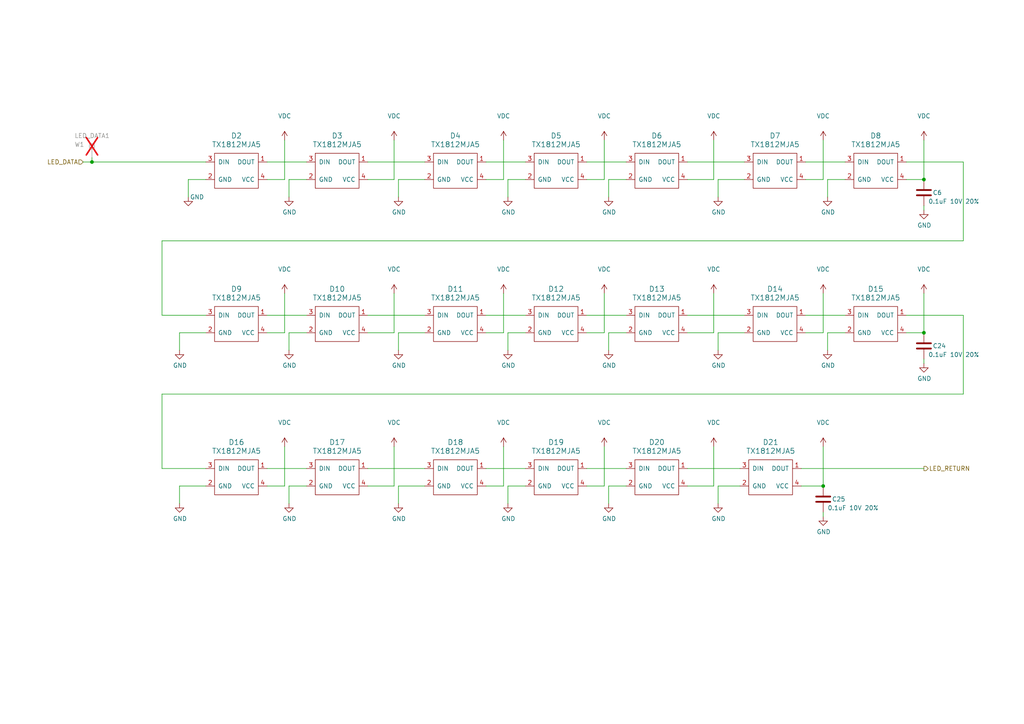
<source format=kicad_sch>
(kicad_sch (version 20250114) (generator "eeschema") (generator_version "9.0")
  (paper "A4")
  (title_block (title "Pixels D20 Schematic, Main") (date "2022-08-26") (rev "13") (company "Systemic Games, LLC") (comment 1 "LED Chain"))
  (lib_symbols
    (symbol "Device:C" (pin_numbers (hide yes)) (pin_names (offset 0.254))
      (property "Reference" "C" (at 0.635 2.54 0))
      (property "Value" "C" (at 0.635 -2.54 0))
      (symbol "C_0_1"
        (polyline (pts (xy -2.032 0.762) (xy 2.032 0.762)) (stroke (width 0.508)))
        (polyline (pts (xy -2.032 -0.762) (xy 2.032 -0.762)) (stroke (width 0.508)))
      )
      (symbol "C_1_1"
        (pin passive line (at 0 3.81 270) (length 2.794) (name "~") (number "1"))
        (pin passive line (at 0 -3.81 90) (length 2.794) (name "~") (number "2"))
      )
    )
    (symbol "Pixels-dice:TEST_1P-conn" (pin_numbers (hide yes)) (pin_names (offset 0.762) (hide yes))
      (property "Reference" "W" (at 0 6.858 0))
      (property "Value" "TEST_1P-conn" (at 0 5.08 0))
      (symbol "TEST_1P-conn_0_1"
        (circle (center 0 3.302) (radius 0.762))
      )
      (symbol "TEST_1P-conn_1_1"
        (pin passive line (at 0 0 90) (length 2.54) (name "1") (number "1"))
      )
    )
    (symbol "Pixels-dice:TX1812MJA5" (pin_names (offset 1.016))
      (property "Reference" "D" (at 0 -6.35 0))
      (property "Value" "TX1812MJA5" (at 0 6.35 0))
      (symbol "TX1812MJA5_0_1"
        (rectangle (start -6.35 5.08) (end 6.35 -5.08))
      )
      (symbol "TX1812MJA5_1_1"
        (pin input line (at -8.89 2.54 0) (length 2.54) (name "DIN") (number "3"))
        (pin power_in line (at -8.89 -2.54 0) (length 2.54) (name "GND") (number "2"))
        (pin output line (at 8.89 2.54 180) (length 2.54) (name "DOUT") (number "1"))
        (pin power_in line (at 8.89 -2.54 180) (length 2.54) (name "VCC") (number "4"))
      )
    )
    (symbol "power:GND" (power) (pin_names (offset 0))
      (property "Value" "GND" (at 0 -3.81 0))
      (symbol "GND_0_1"
        (polyline (pts (xy 0 0) (xy 0 -1.27) (xy 1.27 -1.27) (xy 0 -2.54) (xy -1.27 -1.27) (xy 0 -1.27)))
      )
      (symbol "GND_1_1"
        (pin power_in line (at 0 0 270) (length 0) (hide yes) (name "GND") (number "1"))
      )
    )
    (symbol "power:VDC" (power) (pin_names (offset 0))
      (property "Value" "VDC" (at 0 6.35 0))
      (symbol "VDC_0_1"
        (polyline (pts (xy -0.762 1.27) (xy 0 2.54)))
        (polyline (pts (xy 0 2.54) (xy 0.762 1.27)))
        (polyline (pts (xy 0 0) (xy 0 2.54)))
      )
      (symbol "VDC_1_1"
        (pin power_in line (at 0 0 90) (length 0) (hide yes) (name "VDC") (number "1"))
      )
    )
  )
  (junction (at 26.67 46.99))
  (junction (at 238.76 140.97))
  (junction (at 267.97 52.07))
  (junction (at 267.97 96.52))
  (wire (pts (xy 175.26 85.09) (xy 175.26 96.52)))
  (wire (pts (xy 207.01 40.64) (xy 207.01 52.07)))
  (wire (pts (xy 147.32 140.97) (xy 152.4 140.97)))
  (wire (pts (xy 140.97 46.99) (xy 152.4 46.99)))
  (wire (pts (xy 279.4 46.99) (xy 279.4 69.85)))
  (wire (pts (xy 114.3 129.54) (xy 114.3 140.97)))
  (wire (pts (xy 267.97 104.14) (xy 267.97 105.41)))
  (wire (pts (xy 233.68 52.07) (xy 238.76 52.07)))
  (wire (pts (xy 106.68 96.52) (xy 114.3 96.52)))
  (wire (pts (xy 176.53 96.52) (xy 176.53 101.6)))
  (wire (pts (xy 77.47 135.89) (xy 88.9 135.89)))
  (wire (pts (xy 170.18 52.07) (xy 175.26 52.07)))
  (wire (pts (xy 176.53 52.07) (xy 181.61 52.07)))
  (wire (pts (xy 233.68 91.44) (xy 245.11 91.44)))
  (wire (pts (xy 147.32 146.05) (xy 147.32 140.97)))
  (wire (pts (xy 176.53 52.07) (xy 176.53 57.15)))
  (wire (pts (xy 82.55 85.09) (xy 82.55 96.52)))
  (wire (pts (xy 83.82 146.05) (xy 83.82 140.97)))
  (wire (pts (xy 46.99 69.85) (xy 46.99 91.44)))
  (wire (pts (xy 146.05 85.09) (xy 146.05 96.52)))
  (wire (pts (xy 170.18 46.99) (xy 181.61 46.99)))
  (wire (pts (xy 77.47 91.44) (xy 88.9 91.44)))
  (wire (pts (xy 170.18 91.44) (xy 181.61 91.44)))
  (wire (pts (xy 114.3 40.64) (xy 114.3 52.07)))
  (wire (pts (xy 147.32 52.07) (xy 152.4 52.07)))
  (wire (pts (xy 147.32 96.52) (xy 152.4 96.52)))
  (wire (pts (xy 208.28 140.97) (xy 208.28 146.05)))
  (wire (pts (xy 267.97 59.69) (xy 267.97 60.96)))
  (wire (pts (xy 262.89 52.07) (xy 267.97 52.07)))
  (wire (pts (xy 175.26 40.64) (xy 175.26 52.07)))
  (wire (pts (xy 140.97 91.44) (xy 152.4 91.44)))
  (wire (pts (xy 83.82 101.6) (xy 83.82 96.52)))
  (wire (pts (xy 279.4 91.44) (xy 279.4 114.3)))
  (wire (pts (xy 106.68 46.99) (xy 123.19 46.99)))
  (wire (pts (xy 77.47 96.52) (xy 82.55 96.52)))
  (wire (pts (xy 199.39 135.89) (xy 214.63 135.89)))
  (wire (pts (xy 83.82 57.15) (xy 83.82 52.07)))
  (wire (pts (xy 146.05 129.54) (xy 146.05 140.97)))
  (wire (pts (xy 199.39 140.97) (xy 207.01 140.97)))
  (wire (pts (xy 208.28 140.97) (xy 214.63 140.97)))
  (wire (pts (xy 262.89 91.44) (xy 279.4 91.44)))
  (wire (pts (xy 240.03 52.07) (xy 245.11 52.07)))
  (wire (pts (xy 199.39 52.07) (xy 207.01 52.07)))
  (wire (pts (xy 262.89 46.99) (xy 279.4 46.99)))
  (wire (pts (xy 267.97 40.64) (xy 267.97 52.07)))
  (wire (pts (xy 26.67 46.99) (xy 59.69 46.99)))
  (wire (pts (xy 176.53 140.97) (xy 176.53 146.05)))
  (wire (pts (xy 106.68 52.07) (xy 114.3 52.07)))
  (wire (pts (xy 170.18 96.52) (xy 175.26 96.52)))
  (wire (pts (xy 54.61 52.07) (xy 54.61 57.15)))
  (wire (pts (xy 147.32 57.15) (xy 147.32 52.07)))
  (wire (pts (xy 114.3 85.09) (xy 114.3 96.52)))
  (wire (pts (xy 199.39 96.52) (xy 207.01 96.52)))
  (wire (pts (xy 208.28 96.52) (xy 208.28 101.6)))
  (wire (pts (xy 26.67 45.72) (xy 26.67 46.99)))
  (wire (pts (xy 238.76 129.54) (xy 238.76 140.97)))
  (wire (pts (xy 232.41 140.97) (xy 238.76 140.97)))
  (wire (pts (xy 207.01 85.09) (xy 207.01 96.52)))
  (wire (pts (xy 208.28 52.07) (xy 208.28 57.15)))
  (wire (pts (xy 199.39 91.44) (xy 215.9 91.44)))
  (wire (pts (xy 46.99 91.44) (xy 59.69 91.44)))
  (wire (pts (xy 233.68 96.52) (xy 238.76 96.52)))
  (wire (pts (xy 52.07 140.97) (xy 59.69 140.97)))
  (wire (pts (xy 232.41 135.89) (xy 267.97 135.89)))
  (wire (pts (xy 208.28 52.07) (xy 215.9 52.07)))
  (wire (pts (xy 175.26 129.54) (xy 175.26 140.97)))
  (wire (pts (xy 147.32 101.6) (xy 147.32 96.52)))
  (wire (pts (xy 83.82 140.97) (xy 88.9 140.97)))
  (wire (pts (xy 54.61 52.07) (xy 59.69 52.07)))
  (wire (pts (xy 83.82 96.52) (xy 88.9 96.52)))
  (wire (pts (xy 106.68 91.44) (xy 123.19 91.44)))
  (wire (pts (xy 46.99 135.89) (xy 59.69 135.89)))
  (wire (pts (xy 52.07 96.52) (xy 59.69 96.52)))
  (wire (pts (xy 83.82 52.07) (xy 88.9 52.07)))
  (wire (pts (xy 140.97 52.07) (xy 146.05 52.07)))
  (wire (pts (xy 24.13 46.99) (xy 26.67 46.99)))
  (wire (pts (xy 233.68 46.99) (xy 245.11 46.99)))
  (wire (pts (xy 279.4 69.85) (xy 46.99 69.85)))
  (wire (pts (xy 115.57 96.52) (xy 115.57 101.6)))
  (wire (pts (xy 82.55 129.54) (xy 82.55 140.97)))
  (wire (pts (xy 77.47 46.99) (xy 88.9 46.99)))
  (wire (pts (xy 115.57 140.97) (xy 123.19 140.97)))
  (wire (pts (xy 240.03 101.6) (xy 240.03 96.52)))
  (wire (pts (xy 77.47 140.97) (xy 82.55 140.97)))
  (wire (pts (xy 106.68 135.89) (xy 123.19 135.89)))
  (wire (pts (xy 115.57 96.52) (xy 123.19 96.52)))
  (wire (pts (xy 262.89 96.52) (xy 267.97 96.52)))
  (wire (pts (xy 238.76 40.64) (xy 238.76 52.07)))
  (wire (pts (xy 207.01 129.54) (xy 207.01 140.97)))
  (wire (pts (xy 52.07 140.97) (xy 52.07 146.05)))
  (wire (pts (xy 106.68 140.97) (xy 114.3 140.97)))
  (wire (pts (xy 170.18 135.89) (xy 181.61 135.89)))
  (wire (pts (xy 240.03 96.52) (xy 245.11 96.52)))
  (wire (pts (xy 140.97 140.97) (xy 146.05 140.97)))
  (wire (pts (xy 140.97 96.52) (xy 146.05 96.52)))
  (wire (pts (xy 238.76 85.09) (xy 238.76 96.52)))
  (wire (pts (xy 82.55 40.64) (xy 82.55 52.07)))
  (wire (pts (xy 199.39 46.99) (xy 215.9 46.99)))
  (wire (pts (xy 115.57 140.97) (xy 115.57 146.05)))
  (wire (pts (xy 176.53 140.97) (xy 181.61 140.97)))
  (wire (pts (xy 140.97 135.89) (xy 152.4 135.89)))
  (wire (pts (xy 115.57 52.07) (xy 123.19 52.07)))
  (wire (pts (xy 170.18 140.97) (xy 175.26 140.97)))
  (wire (pts (xy 238.76 148.59) (xy 238.76 149.86)))
  (wire (pts (xy 146.05 40.64) (xy 146.05 52.07)))
  (wire (pts (xy 240.03 57.15) (xy 240.03 52.07)))
  (wire (pts (xy 208.28 96.52) (xy 215.9 96.52)))
  (wire (pts (xy 77.47 52.07) (xy 82.55 52.07)))
  (wire (pts (xy 52.07 96.52) (xy 52.07 101.6)))
  (wire (pts (xy 176.53 96.52) (xy 181.61 96.52)))
  (wire (pts (xy 267.97 85.09) (xy 267.97 96.52)))
  (wire (pts (xy 279.4 114.3) (xy 46.99 114.3)))
  (wire (pts (xy 46.99 114.3) (xy 46.99 135.89)))
  (wire (pts (xy 115.57 52.07) (xy 115.57 57.15)))
  (hierarchical_label "LED_RETURN" (shape output) (at 267.97 135.89 0))
  (hierarchical_label "LED_DATA" (shape input) (at 24.13 46.99 180))
  (symbol (lib_id "power:VDC") (at 82.55 40.64 0) (unit 1)
    (property "Reference" "#PWR0103" (effects (hide yes)))
    (property "Value" "VDC" (at 82.55 33.655 0))
  )
  (symbol (lib_id "power:VDC") (at 114.3 40.64 0) (unit 1)
    (property "Reference" "#PWR0104" (effects (hide yes)))
    (property "Value" "VDC" (at 114.3 33.655 0))
  )
  (symbol (lib_id "power:GND") (at 54.61 57.15 0) (unit 1)
    (property "Reference" "#PWR0105" (effects (hide yes)))
    (property "Value" "GND" (at 57.15 57.15 0))
  )
  (symbol (lib_id "power:GND") (at 83.82 57.15 0) (unit 1)
    (property "Reference" "#PWR0106" (effects (hide yes)))
    (property "Value" "GND" (at 83.947 61.5442 0))
  )
  (symbol (lib_id "power:VDC") (at 146.05 40.64 0) (unit 1)
    (property "Reference" "#PWR0107" (effects (hide yes)))
    (property "Value" "VDC" (at 146.05 33.655 0))
  )
  (symbol (lib_id "power:VDC") (at 175.26 40.64 0) (unit 1)
    (property "Reference" "#PWR0108" (effects (hide yes)))
    (property "Value" "VDC" (at 175.26 33.655 0))
  )
  (symbol (lib_id "power:GND") (at 115.57 57.15 0) (unit 1)
    (property "Reference" "#PWR0109" (effects (hide yes)))
    (property "Value" "GND" (at 115.697 61.5442 0))
  )
  (symbol (lib_id "power:GND") (at 147.32 57.15 0) (unit 1)
    (property "Reference" "#PWR0110" (effects (hide yes)))
    (property "Value" "GND" (at 147.447 61.5442 0))
  )
  (symbol (lib_id "power:VDC") (at 207.01 40.64 0) (unit 1)
    (property "Reference" "#PWR0111" (effects (hide yes)))
    (property "Value" "VDC" (at 207.01 33.655 0))
  )
  (symbol (lib_id "power:VDC") (at 238.76 40.64 0) (unit 1)
    (property "Reference" "#PWR0112" (effects (hide yes)))
    (property "Value" "VDC" (at 238.76 33.655 0))
  )
  (symbol (lib_id "power:VDC") (at 267.97 40.64 0) (unit 1)
    (property "Reference" "#PWR0113" (effects (hide yes)))
    (property "Value" "VDC" (at 267.97 33.655 0))
  )
  (symbol (lib_id "power:GND") (at 208.28 57.15 0) (unit 1)
    (property "Reference" "#PWR0114" (effects (hide yes)))
    (property "Value" "GND" (at 208.407 61.5442 0))
  )
  (symbol (lib_id "power:GND") (at 240.03 57.15 0) (unit 1)
    (property "Reference" "#PWR0115" (effects (hide yes)))
    (property "Value" "GND" (at 240.157 61.5442 0))
  )
  (symbol (lib_id "power:GND") (at 176.53 57.15 0) (unit 1)
    (property "Reference" "#PWR0116" (effects (hide yes)))
    (property "Value" "GND" (at 176.657 61.5442 0))
  )
  (symbol (lib_id "power:VDC") (at 82.55 85.09 0) (unit 1)
    (property "Reference" "#PWR0117" (effects (hide yes)))
    (property "Value" "VDC" (at 82.55 78.105 0))
  )
  (symbol (lib_id "power:VDC") (at 114.3 85.09 0) (unit 1)
    (property "Reference" "#PWR0118" (effects (hide yes)))
    (property "Value" "VDC" (at 114.3 78.105 0))
  )
  (symbol (lib_id "power:GND") (at 52.07 101.6 0) (unit 1)
    (property "Reference" "#PWR0119" (effects (hide yes)))
    (property "Value" "GND" (at 52.197 105.9942 0))
  )
  (symbol (lib_id "power:GND") (at 83.82 101.6 0) (unit 1)
    (property "Reference" "#PWR0120" (effects (hide yes)))
    (property "Value" "GND" (at 83.947 105.9942 0))
  )
  (symbol (lib_id "power:VDC") (at 175.26 85.09 0) (unit 1)
    (property "Reference" "#PWR0121" (effects (hide yes)))
    (property "Value" "VDC" (at 175.26 78.105 0))
  )
  (symbol (lib_id "power:GND") (at 115.57 101.6 0) (unit 1)
    (property "Reference" "#PWR0122" (effects (hide yes)))
    (property "Value" "GND" (at 115.697 105.9942 0))
  )
  (symbol (lib_id "power:GND") (at 147.32 101.6 0) (unit 1)
    (property "Reference" "#PWR0123" (effects (hide yes)))
    (property "Value" "GND" (at 147.447 105.9942 0))
  )
  (symbol (lib_id "power:VDC") (at 207.01 85.09 0) (unit 1)
    (property "Reference" "#PWR0124" (effects (hide yes)))
    (property "Value" "VDC" (at 207.01 78.105 0))
  )
  (symbol (lib_id "power:VDC") (at 238.76 85.09 0) (unit 1)
    (property "Reference" "#PWR0125" (effects (hide yes)))
    (property "Value" "VDC" (at 238.76 78.105 0))
  )
  (symbol (lib_id "power:VDC") (at 267.97 85.09 0) (unit 1)
    (property "Reference" "#PWR0126" (effects (hide yes)))
    (property "Value" "VDC" (at 267.97 78.105 0))
  )
  (symbol (lib_id "power:GND") (at 208.28 101.6 0) (unit 1)
    (property "Reference" "#PWR0127" (effects (hide yes)))
    (property "Value" "GND" (at 208.407 105.9942 0))
  )
  (symbol (lib_id "power:GND") (at 240.03 101.6 0) (unit 1)
    (property "Reference" "#PWR0128" (effects (hide yes)))
    (property "Value" "GND" (at 240.157 105.9942 0))
  )
  (symbol (lib_id "power:GND") (at 176.53 101.6 0) (unit 1)
    (property "Reference" "#PWR0129" (effects (hide yes)))
    (property "Value" "GND" (at 176.657 105.9942 0))
  )
  (symbol (lib_id "power:VDC") (at 82.55 129.54 0) (unit 1)
    (property "Reference" "#PWR0130" (effects (hide yes)))
    (property "Value" "VDC" (at 82.55 122.555 0))
  )
  (symbol (lib_id "power:VDC") (at 114.3 129.54 0) (unit 1)
    (property "Reference" "#PWR0131" (effects (hide yes)))
    (property "Value" "VDC" (at 114.3 122.555 0))
  )
  (symbol (lib_id "power:GND") (at 52.07 146.05 0) (unit 1)
    (property "Reference" "#PWR0132" (effects (hide yes)))
    (property "Value" "GND" (at 52.197 150.4442 0))
  )
  (symbol (lib_id "power:GND") (at 83.82 146.05 0) (unit 1)
    (property "Reference" "#PWR0133" (effects (hide yes)))
    (property "Value" "GND" (at 83.947 150.4442 0))
  )
  (symbol (lib_id "power:VDC") (at 146.05 129.54 0) (unit 1)
    (property "Reference" "#PWR0134" (effects (hide yes)))
    (property "Value" "VDC" (at 146.05 122.555 0))
  )
  (symbol (lib_id "power:VDC") (at 175.26 129.54 0) (unit 1)
    (property "Reference" "#PWR0135" (effects (hide yes)))
    (property "Value" "VDC" (at 175.26 122.555 0))
  )
  (symbol (lib_id "power:GND") (at 115.57 146.05 0) (unit 1)
    (property "Reference" "#PWR0136" (effects (hide yes)))
    (property "Value" "GND" (at 115.697 150.4442 0))
  )
  (symbol (lib_id "power:GND") (at 147.32 146.05 0) (unit 1)
    (property "Reference" "#PWR0137" (effects (hide yes)))
    (property "Value" "GND" (at 147.447 150.4442 0))
  )
  (symbol (lib_id "power:VDC") (at 207.01 129.54 0) (unit 1)
    (property "Reference" "#PWR0138" (effects (hide yes)))
    (property "Value" "VDC" (at 207.01 122.555 0))
  )
  (symbol (lib_id "power:VDC") (at 238.76 129.54 0) (unit 1)
    (property "Reference" "#PWR0139" (effects (hide yes)))
    (property "Value" "VDC" (at 238.76 122.555 0))
  )
  (symbol (lib_id "power:GND") (at 267.97 60.96 0) (unit 1)
    (property "Reference" "#PWR0140" (effects (hide yes)))
    (property "Value" "GND" (at 268.097 65.3542 0))
  )
  (symbol (lib_id "Device:C") (at 267.97 100.33 0) (unit 1)
    (property "Reference" "C24" (at 270.51 100.33 0) (effects (justify left)))
    (property "Value" "0.1uF 10V 20%" (at 269.24 102.87 0) (effects (justify left)))
    (property "Footprint" "Capacitor_SMD:C_0201_0603Metric" (effects (hide yes)))
    (property "Generic OK" "YES" (effects (hide yes)))
    (property "Manufacturer" "HRE" (effects (hide yes)))
    (property "LCSC Part #" "C6119757" (effects (hide yes)))
    (property "Part Number" "CGA0201X5R104K100ET" (effects (hide yes)))
  )
  (symbol (lib_id "power:GND") (at 267.97 105.41 0) (unit 1)
    (property "Reference" "#PWR0141" (effects (hide yes)))
    (property "Value" "GND" (at 268.097 109.8042 0))
  )
  (symbol (lib_id "Device:C") (at 238.76 144.78 0) (unit 1)
    (property "Reference" "C25" (at 241.3 144.78 0) (effects (justify left)))
    (property "Value" "0.1uF 10V 20%" (at 240.03 147.32 0) (effects (justify left)))
    (property "Footprint" "Capacitor_SMD:C_0201_0603Metric" (effects (hide yes)))
    (property "Generic OK" "YES" (effects (hide yes)))
    (property "Manufacturer" "HRE" (effects (hide yes)))
    (property "LCSC Part #" "C6119757" (effects (hide yes)))
    (property "Part Number" "CGA0201X5R104K100ET" (effects (hide yes)))
  )
  (symbol (lib_id "Pixels-dice:TX1812MJA5") (at 224.79 49.53 0) (unit 1)
    (property "Reference" "D7" (at 224.79 39.37 0) (effects (font (size 1.524 1.524))))
    (property "Value" "TX1812MJA5" (at 224.79 41.91 0) (effects (font (size 1.524 1.524))))
    (property "Footprint" "Pixels-dice:TX1812MWCA5-F01" (effects (hide yes)))
    (property "Manufacturer" "TCWIN" (effects (hide yes)))
    (property "Part Number" "TX1812MJA5-F01" (effects (hide yes)))
  )
  (symbol (lib_id "Pixels-dice:TX1812MJA5") (at 224.79 93.98 0) (unit 1)
    (property "Reference" "D14" (at 224.79 83.82 0) (effects (font (size 1.524 1.524))))
    (property "Value" "TX1812MJA5" (at 224.79 86.36 0) (effects (font (size 1.524 1.524))))
    (property "Footprint" "Pixels-dice:TX1812MWCA5-F01" (effects (hide yes)))
    (property "Manufacturer" "TCWIN" (effects (hide yes)))
    (property "Part Number" "TX1812MJA5-F01" (effects (hide yes)))
  )
  (symbol (lib_id "power:GND") (at 176.53 146.05 0) (unit 1)
    (property "Reference" "#PWR046" (effects (hide yes)))
    (property "Value" "GND" (at 176.657 150.4442 0))
  )
  (symbol (lib_id "Device:C") (at 267.97 55.88 0) (unit 1)
    (property "Reference" "C6" (at 270.51 55.88 0) (effects (justify left)))
    (property "Value" "0.1uF 10V 20%" (at 269.24 58.42 0) (effects (justify left)))
    (property "Footprint" "Capacitor_SMD:C_0201_0603Metric" (effects (hide yes)))
    (property "Generic OK" "YES" (effects (hide yes)))
    (property "Manufacturer" "HRE" (effects (hide yes)))
    (property "LCSC Part #" "C6119757" (effects (hide yes)))
    (property "Part Number" "CGA0201X5R104K100ET" (effects (hide yes)))
  )
  (symbol (lib_id "Pixels-dice:TX1812MJA5") (at 161.29 49.53 0) (unit 1)
    (property "Reference" "D5" (at 161.29 39.37 0) (effects (font (size 1.524 1.524))))
    (property "Value" "TX1812MJA5" (at 161.29 41.91 0) (effects (font (size 1.524 1.524))))
    (property "Footprint" "Pixels-dice:TX1812MWCA5-F01" (effects (hide yes)))
    (property "Manufacturer" "TCWIN" (effects (hide yes)))
    (property "Part Number" "TX1812MJA5-F01" (effects (hide yes)))
  )
  (symbol (lib_id "Pixels-dice:TX1812MJA5") (at 132.08 49.53 0) (unit 1)
    (property "Reference" "D4" (at 132.08 39.37 0) (effects (font (size 1.524 1.524))))
    (property "Value" "TX1812MJA5" (at 132.08 41.91 0) (effects (font (size 1.524 1.524))))
    (property "Footprint" "Pixels-dice:TX1812MWCA5-F01" (effects (hide yes)))
    (property "Manufacturer" "TCWIN" (effects (hide yes)))
    (property "Part Number" "TX1812MJA5-F01" (effects (hide yes)))
  )
  (symbol (lib_id "Pixels-dice:TX1812MJA5") (at 132.08 93.98 0) (unit 1)
    (property "Reference" "D11" (at 132.08 83.82 0) (effects (font (size 1.524 1.524))))
    (property "Value" "TX1812MJA5" (at 132.08 86.36 0) (effects (font (size 1.524 1.524))))
    (property "Footprint" "Pixels-dice:TX1812MWCA5-F01" (effects (hide yes)))
    (property "Manufacturer" "TCWIN" (effects (hide yes)))
    (property "Part Number" "TX1812MJA5-F01" (effects (hide yes)))
  )
  (symbol (lib_id "Pixels-dice:TX1812MJA5") (at 190.5 49.53 0) (unit 1)
    (property "Reference" "D6" (at 190.5 39.37 0) (effects (font (size 1.524 1.524))))
    (property "Value" "TX1812MJA5" (at 190.5 41.91 0) (effects (font (size 1.524 1.524))))
    (property "Footprint" "Pixels-dice:TX1812MWCA5-F01" (effects (hide yes)))
    (property "Manufacturer" "TCWIN" (effects (hide yes)))
    (property "Part Number" "TX1812MJA5-F01" (effects (hide yes)))
  )
  (symbol (lib_id "Pixels-dice:TX1812MJA5") (at 223.52 138.43 0) (unit 1)
    (property "Reference" "D21" (at 223.52 128.27 0) (effects (font (size 1.524 1.524))))
    (property "Value" "TX1812MJA5" (at 223.52 130.81 0) (effects (font (size 1.524 1.524))))
    (property "Footprint" "Pixels-dice:TX1812MWCA5-F01" (effects (hide yes)))
    (property "Manufacturer" "TCWIN" (effects (hide yes)))
    (property "Part Number" "TX1812MJA5-F01" (effects (hide yes)))
  )
  (symbol (lib_id "Pixels-dice:TX1812MJA5") (at 190.5 93.98 0) (unit 1)
    (property "Reference" "D13" (at 190.5 83.82 0) (effects (font (size 1.524 1.524))))
    (property "Value" "TX1812MJA5" (at 190.5 86.36 0) (effects (font (size 1.524 1.524))))
    (property "Footprint" "Pixels-dice:TX1812MWCA5-F01" (effects (hide yes)))
    (property "Manufacturer" "TCWIN" (effects (hide yes)))
    (property "Part Number" "TX1812MJA5-F01" (effects (hide yes)))
  )
  (symbol (lib_id "power:VDC") (at 146.05 85.09 0) (unit 1)
    (property "Reference" "#PWR015" (effects (hide yes)))
    (property "Value" "VDC" (at 146.05 78.105 0))
  )
  (symbol (lib_id "Pixels-dice:TX1812MJA5") (at 254 49.53 0) (unit 1)
    (property "Reference" "D8" (at 254 39.37 0) (effects (font (size 1.524 1.524))))
    (property "Value" "TX1812MJA5" (at 254 41.91 0) (effects (font (size 1.524 1.524))))
    (property "Footprint" "Pixels-dice:TX1812MWCA5-F01" (effects (hide yes)))
    (property "Manufacturer" "TCWIN" (effects (hide yes)))
    (property "Part Number" "TX1812MJA5-F01" (effects (hide yes)))
  )
  (symbol (lib_id "Pixels-dice:TX1812MJA5") (at 190.5 138.43 0) (unit 1)
    (property "Reference" "D20" (at 190.5 128.27 0) (effects (font (size 1.524 1.524))))
    (property "Value" "TX1812MJA5" (at 190.5 130.81 0) (effects (font (size 1.524 1.524))))
    (property "Footprint" "Pixels-dice:TX1812MWCA5-F01" (effects (hide yes)))
    (property "Manufacturer" "TCWIN" (effects (hide yes)))
    (property "Part Number" "TX1812MJA5-F01" (effects (hide yes)))
  )
  (symbol (lib_id "Pixels-dice:TX1812MJA5") (at 97.79 93.98 0) (unit 1)
    (property "Reference" "D10" (at 97.79 83.82 0) (effects (font (size 1.524 1.524))))
    (property "Value" "TX1812MJA5" (at 97.79 86.36 0) (effects (font (size 1.524 1.524))))
    (property "Footprint" "Pixels-dice:TX1812MWCA5-F01" (effects (hide yes)))
    (property "Manufacturer" "TCWIN" (effects (hide yes)))
    (property "Part Number" "TX1812MJA5-F01" (effects (hide yes)))
  )
  (symbol (lib_id "Pixels-dice:TX1812MJA5") (at 132.08 138.43 0) (unit 1)
    (property "Reference" "D18" (at 132.08 128.27 0) (effects (font (size 1.524 1.524))))
    (property "Value" "TX1812MJA5" (at 132.08 130.81 0) (effects (font (size 1.524 1.524))))
    (property "Footprint" "Pixels-dice:TX1812MWCA5-F01" (effects (hide yes)))
    (property "Manufacturer" "TCWIN" (effects (hide yes)))
    (property "Part Number" "TX1812MJA5-F01" (effects (hide yes)))
  )
  (symbol (lib_id "Pixels-dice:TX1812MJA5") (at 97.79 138.43 0) (unit 1)
    (property "Reference" "D17" (at 97.79 128.27 0) (effects (font (size 1.524 1.524))))
    (property "Value" "TX1812MJA5" (at 97.79 130.81 0) (effects (font (size 1.524 1.524))))
    (property "Footprint" "Pixels-dice:TX1812MWCA5-F01" (effects (hide yes)))
    (property "Manufacturer" "TCWIN" (effects (hide yes)))
    (property "Part Number" "TX1812MJA5-F01" (effects (hide yes)))
  )
  (symbol (lib_id "Pixels-dice:TX1812MJA5") (at 97.79 49.53 0) (unit 1)
    (property "Reference" "D3" (at 97.79 39.37 0) (effects (font (size 1.524 1.524))))
    (property "Value" "TX1812MJA5" (at 97.79 41.91 0) (effects (font (size 1.524 1.524))))
    (property "Footprint" "Pixels-dice:TX1812MWCA5-F01" (effects (hide yes)))
    (property "Manufacturer" "TCWIN" (effects (hide yes)))
    (property "Part Number" "TX1812MJA5-F01" (effects (hide yes)))
  )
  (symbol (lib_id "Pixels-dice:TX1812MJA5") (at 68.58 49.53 0) (unit 1)
    (property "Reference" "D2" (at 68.58 39.37 0) (effects (font (size 1.524 1.524))))
    (property "Value" "TX1812MJA5" (at 68.58 41.91 0) (effects (font (size 1.524 1.524))))
    (property "Footprint" "Pixels-dice:TX1812MWCA5-F01" (effects (hide yes)))
    (property "Manufacturer" "TCWIN" (effects (hide yes)))
    (property "Part Number" "TX1812MJA5-F01" (effects (hide yes)))
  )
  (symbol (lib_id "Pixels-dice:TX1812MJA5") (at 68.58 93.98 0) (unit 1)
    (property "Reference" "D9" (at 68.58 83.82 0) (effects (font (size 1.524 1.524))))
    (property "Value" "TX1812MJA5" (at 68.58 86.36 0) (effects (font (size 1.524 1.524))))
    (property "Footprint" "Pixels-dice:TX1812MWCA5-F01" (effects (hide yes)))
    (property "Manufacturer" "TCWIN" (effects (hide yes)))
    (property "Part Number" "TX1812MJA5-F01" (effects (hide yes)))
  )
  (symbol (lib_id "Pixels-dice:TX1812MJA5") (at 161.29 138.43 0) (unit 1)
    (property "Reference" "D19" (at 161.29 128.27 0) (effects (font (size 1.524 1.524))))
    (property "Value" "TX1812MJA5" (at 161.29 130.81 0) (effects (font (size 1.524 1.524))))
    (property "Footprint" "Pixels-dice:TX1812MWCA5-F01" (effects (hide yes)))
    (property "Manufacturer" "TCWIN" (effects (hide yes)))
    (property "Part Number" "TX1812MJA5-F01" (effects (hide yes)))
  )
  (symbol (lib_id "Pixels-dice:TX1812MJA5") (at 254 93.98 0) (unit 1)
    (property "Reference" "D15" (at 254 83.82 0) (effects (font (size 1.524 1.524))))
    (property "Value" "TX1812MJA5" (at 254 86.36 0) (effects (font (size 1.524 1.524))))
    (property "Footprint" "Pixels-dice:TX1812MWCA5-F01" (effects (hide yes)))
    (property "Manufacturer" "TCWIN" (effects (hide yes)))
    (property "Part Number" "TX1812MJA5-F01" (effects (hide yes)))
  )
  (symbol (lib_id "power:GND") (at 208.28 146.05 0) (unit 1)
    (property "Reference" "#PWR047" (effects (hide yes)))
    (property "Value" "GND" (at 208.407 150.4442 0))
  )
  (symbol (lib_id "power:GND") (at 238.76 149.86 0) (unit 1)
    (property "Reference" "#PWR055" (effects (hide yes)))
    (property "Value" "GND" (at 238.887 154.2542 0))
  )
  (symbol (lib_id "Pixels-dice:TX1812MJA5") (at 161.29 93.98 0) (unit 1)
    (property "Reference" "D12" (at 161.29 83.82 0) (effects (font (size 1.524 1.524))))
    (property "Value" "TX1812MJA5" (at 161.29 86.36 0) (effects (font (size 1.524 1.524))))
    (property "Footprint" "Pixels-dice:TX1812MWCA5-F01" (effects (hide yes)))
    (property "Manufacturer" "TCWIN" (effects (hide yes)))
    (property "Part Number" "TX1812MJA5-F01" (effects (hide yes)))
  )
  (symbol (lib_id "Pixels-dice:TX1812MJA5") (at 68.58 138.43 0) (unit 1)
    (property "Reference" "D16" (at 68.58 128.27 0) (effects (font (size 1.524 1.524))))
    (property "Value" "TX1812MJA5" (at 68.58 130.81 0) (effects (font (size 1.524 1.524))))
    (property "Footprint" "Pixels-dice:TX1812MWCA5-F01" (effects (hide yes)))
    (property "Manufacturer" "TCWIN" (effects (hide yes)))
    (property "Part Number" "TX1812MJA5-F01" (effects (hide yes)))
  )
  (symbol (lib_id "Pixels-dice:TEST_1P-conn") (at 26.67 45.72 0) (unit 1) (in_bom no) (dnp yes)
    (property "Reference" "W1" (at 21.59 41.91 0) (effects (justify left)))
    (property "Value" "LED_DATA1" (at 21.59 39.37 0) (effects (justify left)))
    (property "Footprint" "Pixels-dice:TEST_PIN" (effects (hide yes)))
    (property "Generic OK" "N/A" (effects (hide yes)))
  )
)
</source>
